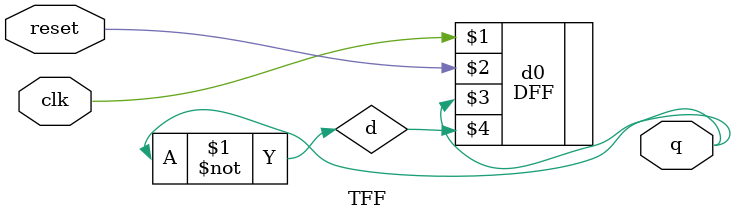
<source format=v>
module TFF (clk,reset,q);

input clk;
input reset;
output q;
wire d;

//D flip flop instance called
DFF d0(clk,reset,q,d);

//not gate called to be used as inverter for q before its sent to d.
not n1(d,q);

endmodule

</source>
